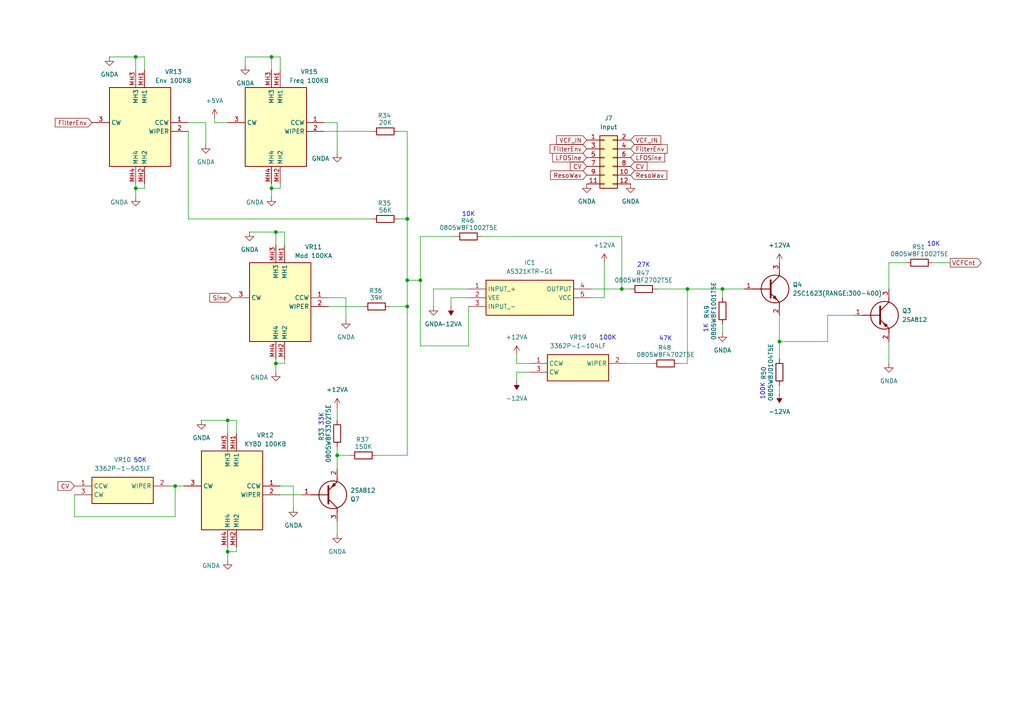
<source format=kicad_sch>
(kicad_sch (version 20250114) (generator "eeschema") (generator_version "9.0")
  (paper "A4")
  (lib_symbols
    (symbol "Connector_Generic:Conn_02x06_Odd_Even" (pin_names (offset 1.016) (hide yes))
      (property "Reference" "J" (at 1.27 7.62 0))
      (property "Value" "Conn_02x06_Odd_Even" (at 1.27 -10.16 0))
      (symbol "Conn_02x06_Odd_Even_1_1"
        (rectangle (start -1.27 6.35) (end 3.81 -8.89) (stroke (width 0.254)) (fill (type background)))
        (rectangle (start -1.27 5.207) (end 0 4.953) (stroke (width 0.1524)))
        (rectangle (start -1.27 2.667) (end 0 2.413) (stroke (width 0.1524)))
        (rectangle (start -1.27 0.127) (end 0 -0.127) (stroke (width 0.1524)))
        (rectangle (start -1.27 -2.413) (end 0 -2.667) (stroke (width 0.1524)))
        (rectangle (start -1.27 -4.953) (end 0 -5.207) (stroke (width 0.1524)))
        (rectangle (start -1.27 -7.493) (end 0 -7.747) (stroke (width 0.1524)))
        (rectangle (start 3.81 5.207) (end 2.54 4.953) (stroke (width 0.1524)))
        (rectangle (start 3.81 2.667) (end 2.54 2.413) (stroke (width 0.1524)))
        (rectangle (start 3.81 0.127) (end 2.54 -0.127) (stroke (width 0.1524)))
        (rectangle (start 3.81 -2.413) (end 2.54 -2.667) (stroke (width 0.1524)))
        (rectangle (start 3.81 -4.953) (end 2.54 -5.207) (stroke (width 0.1524)))
        (rectangle (start 3.81 -7.493) (end 2.54 -7.747) (stroke (width 0.1524)))
        (pin passive line (at -5.08 5.08 0) (length 3.81) (name "Pin_1") (number "1"))
        (pin passive line (at -5.08 2.54 0) (length 3.81) (name "Pin_3") (number "3"))
        (pin passive line (at -5.08 0 0) (length 3.81) (name "Pin_5") (number "5"))
        (pin passive line (at -5.08 -2.54 0) (length 3.81) (name "Pin_7") (number "7"))
        (pin passive line (at -5.08 -5.08 0) (length 3.81) (name "Pin_9") (number "9"))
        (pin passive line (at -5.08 -7.62 0) (length 3.81) (name "Pin_11") (number "11"))
        (pin passive line (at 7.62 5.08 180) (length 3.81) (name "Pin_2") (number "2"))
        (pin passive line (at 7.62 2.54 180) (length 3.81) (name "Pin_4") (number "4"))
        (pin passive line (at 7.62 0 180) (length 3.81) (name "Pin_6") (number "6"))
        (pin passive line (at 7.62 -2.54 180) (length 3.81) (name "Pin_8") (number "8"))
        (pin passive line (at 7.62 -5.08 180) (length 3.81) (name "Pin_10") (number "10"))
        (pin passive line (at 7.62 -7.62 180) (length 3.81) (name "Pin_12") (number "12"))
      )
    )
    (symbol "Device:R" (pin_numbers (hide yes)) (pin_names (offset 0))
      (property "Reference" "R" (at 2.032 0 90))
      (property "Value" "R" (at 0 0 90))
      (symbol "R_0_1"
        (rectangle (start -1.016 -2.54) (end 1.016 2.54) (stroke (width 0.254)))
      )
      (symbol "R_1_1"
        (pin passive line (at 0 3.81 270) (length 1.27) (name "~") (number "1"))
        (pin passive line (at 0 -3.81 90) (length 1.27) (name "~") (number "2"))
      )
    )
    (symbol "SamacSys_Parts:2SA812" (pin_names (hide yes))
      (property "Reference" "Q" (at 13.97 1.27 0))
      (property "Value" "2SA812" (at 13.97 -1.27 0))
      (symbol "2SA812_1_1"
        (polyline (pts (xy 2.54 0) (xy 7.62 0)) (stroke (width 0.254)))
        (polyline (pts (xy 7.62 2.54) (xy 7.62 -2.54)) (stroke (width 0.508)))
        (polyline (pts (xy 7.62 1.27) (xy 10.16 3.81)) (stroke (width 0.254)))
        (polyline (pts (xy 7.62 -1.27) (xy 10.16 -3.81)) (stroke (width 0.254)))
        (circle (center 8.89 0) (radius 4.016) (stroke (width 0.254)))
        (polyline (pts (xy 9.652 -2.794) (xy 9.144 -3.302) (xy 8.636 -2.286) (xy 9.652 -2.794)) (stroke (width 0.254)) (fill (type outline)))
        (polyline (pts (xy 10.16 3.81) (xy 10.16 5.08)) (stroke (width 0.254)))
        (polyline (pts (xy 10.16 -3.81) (xy 10.16 -5.08)) (stroke (width 0.254)))
        (pin passive line (at 0 0 0) (length 2.54) (name "B") (number "1"))
        (pin passive line (at 10.16 7.62 270) (length 2.54) (name "C") (number "3"))
        (pin passive line (at 10.16 -7.62 90) (length 2.54) (name "E") (number "2"))
      )
    )
    (symbol "SamacSys_Parts:2SC1623-A" (pin_names (hide yes))
      (property "Reference" "Q" (at 13.97 1.27 0))
      (property "Value" "2SC1623-A" (at 13.97 -1.27 0))
      (symbol "2SC1623-A_1_1"
        (polyline (pts (xy 2.54 0) (xy 7.62 0)) (stroke (width 0.254)))
        (polyline (pts (xy 7.62 2.54) (xy 7.62 -2.54)) (stroke (width 0.508)))
        (polyline (pts (xy 7.62 1.27) (xy 10.16 3.81)) (stroke (width 0.254)))
        (polyline (pts (xy 7.62 -1.27) (xy 10.16 -3.81)) (stroke (width 0.254)))
        (polyline (pts (xy 8.382 -2.54) (xy 8.89 -2.032) (xy 9.398 -3.048) (xy 8.382 -2.54)) (stroke (width 0.254)) (fill (type outline)))
        (circle (center 8.89 0) (radius 4.016) (stroke (width 0.254)))
        (polyline (pts (xy 10.16 3.81) (xy 10.16 5.08)) (stroke (width 0.254)))
        (polyline (pts (xy 10.16 -3.81) (xy 10.16 -5.08)) (stroke (width 0.254)))
        (pin passive line (at 0 0 0) (length 2.54) (name "B") (number "1"))
        (pin passive line (at 10.16 7.62 270) (length 2.54) (name "C") (number "3"))
        (pin passive line (at 10.16 -7.62 90) (length 2.54) (name "E") (number "2"))
      )
    )
    (symbol "SamacSys_Parts:3362P-1-103LF"
      (property "Reference" "VR" (at 24.13 7.62 0))
      (property "Value" "3362P-1-103LF" (at 24.13 5.08 0))
      (symbol "3362P-1-103LF_1_1"
        (rectangle (start 5.08 2.54) (end 22.86 -5.08) (stroke (width 0.254)) (fill (type background)))
        (pin passive line (at 0 0 0) (length 5.08) (name "CCW") (number "1"))
        (pin passive line (at 0 -2.54 0) (length 5.08) (name "CW") (number "3"))
        (pin passive line (at 27.94 0 180) (length 5.08) (name "WIPER") (number "2"))
      )
    )
    (symbol "SamacSys_Parts:AS321KTR-E1"
      (property "Reference" "D" (at 31.75 7.62 0))
      (property "Value" "AS321KTR-E1" (at 31.75 5.08 0))
      (symbol "AS321KTR-E1_1_1"
        (rectangle (start 5.08 2.54) (end 30.48 -7.62) (stroke (width 0.254)) (fill (type background)))
        (pin passive line (at 0 0 0) (length 5.08) (name "INPUT_+") (number "1"))
        (pin passive line (at 0 -2.54 0) (length 5.08) (name "VEE") (number "2"))
        (pin passive line (at 0 -5.08 0) (length 5.08) (name "INPUT_-") (number "3"))
        (pin passive line (at 35.56 0 180) (length 5.08) (name "OUTPUT") (number "4"))
        (pin passive line (at 35.56 -2.54 180) (length 5.08) (name "VCC") (number "5"))
      )
    )
    (symbol "SamacSys_Parts:PTA2043-2010CIB104"
      (property "Reference" "VR" (at 24.13 15.24 0))
      (property "Value" "PTA2043-2010CIB104" (at 24.13 12.7 0))
      (symbol "PTA2043-2010CIB104_1_1"
        (rectangle (start 5.08 10.16) (end 22.86 -12.7) (stroke (width 0.254)) (fill (type background)))
        (pin passive line (at 0 0 0) (length 5.08) (name "CCW") (number "1"))
        (pin passive line (at 0 -2.54 0) (length 5.08) (name "WIPER") (number "2"))
        (pin passive line (at 12.7 15.24 270) (length 5.08) (name "MH1") (number "MH1"))
        (pin passive line (at 12.7 -17.78 90) (length 5.08) (name "MH2") (number "MH2"))
        (pin passive line (at 15.24 15.24 270) (length 5.08) (name "MH3") (number "MH3"))
        (pin passive line (at 15.24 -17.78 90) (length 5.08) (name "MH4") (number "MH4"))
        (pin passive line (at 27.94 0 180) (length 5.08) (name "CW") (number "3"))
      )
    )
    (symbol "power:+12VA" (power) (pin_numbers (hide yes)) (pin_names (offset 0) (hide yes))
      (property "Value" "+12VA" (at 0 3.556 0))
      (symbol "+12VA_0_1"
        (polyline (pts (xy -0.762 1.27) (xy 0 2.54)))
        (polyline (pts (xy 0 2.54) (xy 0.762 1.27)))
        (polyline (pts (xy 0 0) (xy 0 2.54)))
      )
      (symbol "+12VA_1_1"
        (pin power_in line (at 0 0 90) (length 0) (name "~") (number "1"))
      )
    )
    (symbol "power:+5VA" (power) (pin_numbers (hide yes)) (pin_names (offset 0) (hide yes))
      (property "Value" "+5VA" (at 0 3.556 0))
      (symbol "+5VA_0_1"
        (polyline (pts (xy -0.762 1.27) (xy 0 2.54)))
        (polyline (pts (xy 0 2.54) (xy 0.762 1.27)))
        (polyline (pts (xy 0 0) (xy 0 2.54)))
      )
      (symbol "+5VA_1_1"
        (pin power_in line (at 0 0 90) (length 0) (name "~") (number "1"))
      )
    )
    (symbol "power:-12VA" (power) (pin_numbers (hide yes)) (pin_names (offset 0) (hide yes))
      (property "Value" "-12VA" (at 0 3.556 0))
      (symbol "-12VA_0_0"
        (pin power_in line (at 0 0 90) (length 0) (name "~") (number "1"))
      )
      (symbol "-12VA_0_1"
        (polyline (pts (xy 0 0) (xy 0 1.27) (xy 0.762 1.27) (xy 0 2.54) (xy -0.762 1.27) (xy 0 1.27)) (fill (type outline)))
      )
    )
    (symbol "power:GNDA" (power) (pin_numbers (hide yes)) (pin_names (offset 0) (hide yes))
      (property "Value" "GNDA" (at 0 -3.81 0))
      (symbol "GNDA_0_1"
        (polyline (pts (xy 0 0) (xy 0 -1.27) (xy 1.27 -1.27) (xy 0 -2.54) (xy -1.27 -1.27) (xy 0 -1.27)))
      )
      (symbol "GNDA_1_1"
        (pin power_in line (at 0 0 270) (length 0) (name "~") (number "1"))
      )
    )
  )
  (text "100K" (at 176.276 98.044 0) (effects (font (size 1.27 1.27))))
  (text "47K" (at 193.04 98.298 0) (effects (font (size 1.27 1.27))))
  (text "10K" (at 135.89 62.23 0) (effects (font (size 1.27 1.27))))
  (text "10K" (at 270.764 70.866 0) (effects (font (size 1.27 1.27))))
  (text "27K" (at 186.69 76.962 0) (effects (font (size 1.27 1.27))))
  (text "50K" (at 40.64 133.604 0) (effects (font (size 1.27 1.27))))
  (text "1K" (at 204.724 95.25 90) (effects (font (size 1.27 1.27))))
  (text "33K" (at 93.218 121.666 90) (effects (font (size 1.27 1.27))))
  (text "100K" (at 221.234 113.538 90) (effects (font (size 1.27 1.27))))
  (junction (at 209.55 83.82))
  (junction (at 118.11 63.5))
  (junction (at 78.74 54.61))
  (junction (at 50.8 140.97))
  (junction (at 118.11 88.9))
  (junction (at 80.01 67.31))
  (junction (at 66.04 160.02))
  (junction (at 97.79 132.08))
  (junction (at 80.01 105.41))
  (junction (at 226.06 99.06))
  (junction (at 39.37 16.51))
  (junction (at 180.34 83.82))
  (junction (at 118.11 81.28))
  (junction (at 121.92 81.28))
  (junction (at 78.74 16.51))
  (junction (at 199.39 83.82))
  (junction (at 66.04 121.92))
  (junction (at 39.37 54.61))
  (wire (pts (xy 118.11 38.1) (xy 118.11 63.5)))
  (wire (pts (xy 100.33 86.36) (xy 95.25 86.36)))
  (wire (pts (xy 175.26 86.36) (xy 171.45 86.36)))
  (wire (pts (xy 97.79 132.08) (xy 97.79 135.89)))
  (wire (pts (xy 181.61 105.41) (xy 189.23 105.41)))
  (wire (pts (xy 139.7 68.58) (xy 180.34 68.58)))
  (wire (pts (xy 97.79 132.08) (xy 101.6 132.08)))
  (wire (pts (xy 118.11 88.9) (xy 118.11 132.08)))
  (wire (pts (xy 113.03 88.9) (xy 118.11 88.9)))
  (wire (pts (xy 209.55 93.98) (xy 209.55 96.52)))
  (wire (pts (xy 41.91 16.51) (xy 41.91 20.32)))
  (wire (pts (xy 81.28 54.61) (xy 81.28 53.34)))
  (wire (pts (xy 39.37 54.61) (xy 41.91 54.61)))
  (wire (pts (xy 135.89 86.36) (xy 130.81 86.36)))
  (wire (pts (xy 39.37 53.34) (xy 39.37 54.61)))
  (wire (pts (xy 81.28 143.51) (xy 87.63 143.51)))
  (wire (pts (xy 41.91 54.61) (xy 41.91 53.34)))
  (wire (pts (xy 199.39 105.41) (xy 199.39 83.82)))
  (wire (pts (xy 66.04 35.56) (xy 62.23 35.56)))
  (wire (pts (xy 81.28 140.97) (xy 85.09 140.97)))
  (wire (pts (xy 59.69 35.56) (xy 54.61 35.56)))
  (wire (pts (xy 257.81 76.2) (xy 257.81 83.82)))
  (wire (pts (xy 93.98 35.56) (xy 97.79 35.56)))
  (wire (pts (xy 66.04 121.92) (xy 66.04 125.73)))
  (wire (pts (xy 39.37 16.51) (xy 41.91 16.51)))
  (wire (pts (xy 80.01 105.41) (xy 82.55 105.41)))
  (wire (pts (xy 78.74 16.51) (xy 81.28 16.51)))
  (wire (pts (xy 97.79 151.13) (xy 97.79 154.94)))
  (wire (pts (xy 226.06 111.76) (xy 226.06 114.3)))
  (wire (pts (xy 80.01 67.31) (xy 80.01 71.12)))
  (wire (pts (xy 115.57 38.1) (xy 118.11 38.1)))
  (wire (pts (xy 71.12 16.51) (xy 78.74 16.51)))
  (wire (pts (xy 171.45 83.82) (xy 180.34 83.82)))
  (wire (pts (xy 130.81 86.36) (xy 130.81 88.9)))
  (wire (pts (xy 100.33 92.71) (xy 100.33 86.36)))
  (wire (pts (xy 78.74 54.61) (xy 81.28 54.61)))
  (wire (pts (xy 226.06 91.44) (xy 226.06 99.06)))
  (wire (pts (xy 209.55 83.82) (xy 215.9 83.82)))
  (wire (pts (xy 175.26 76.2) (xy 175.26 86.36)))
  (wire (pts (xy 95.25 88.9) (xy 105.41 88.9)))
  (wire (pts (xy 115.57 63.5) (xy 118.11 63.5)))
  (wire (pts (xy 54.61 63.5) (xy 54.61 38.1)))
  (wire (pts (xy 66.04 160.02) (xy 68.58 160.02)))
  (wire (pts (xy 82.55 67.31) (xy 82.55 71.12)))
  (wire (pts (xy 58.42 121.92) (xy 66.04 121.92)))
  (wire (pts (xy 21.59 149.86) (xy 21.59 143.51)))
  (wire (pts (xy 180.34 83.82) (xy 180.34 68.58)))
  (wire (pts (xy 209.55 83.82) (xy 209.55 86.36)))
  (wire (pts (xy 121.92 68.58) (xy 121.92 81.28)))
  (wire (pts (xy 78.74 53.34) (xy 78.74 54.61)))
  (wire (pts (xy 135.89 100.33) (xy 121.92 100.33)))
  (wire (pts (xy 257.81 99.06) (xy 257.81 105.41)))
  (wire (pts (xy 80.01 105.41) (xy 80.01 107.95)))
  (wire (pts (xy 78.74 16.51) (xy 78.74 20.32)))
  (wire (pts (xy 270.51 76.2) (xy 275.59 76.2)))
  (wire (pts (xy 68.58 121.92) (xy 68.58 125.73)))
  (wire (pts (xy 132.08 68.58) (xy 121.92 68.58)))
  (wire (pts (xy 240.03 91.44) (xy 247.65 91.44)))
  (wire (pts (xy 226.06 99.06) (xy 240.03 99.06)))
  (wire (pts (xy 59.69 41.91) (xy 59.69 35.56)))
  (wire (pts (xy 153.67 105.41) (xy 149.86 105.41)))
  (wire (pts (xy 226.06 99.06) (xy 226.06 104.14)))
  (wire (pts (xy 118.11 81.28) (xy 121.92 81.28)))
  (wire (pts (xy 149.86 105.41) (xy 149.86 102.87)))
  (wire (pts (xy 66.04 121.92) (xy 68.58 121.92)))
  (wire (pts (xy 81.28 16.51) (xy 81.28 20.32)))
  (wire (pts (xy 85.09 140.97) (xy 85.09 147.32)))
  (wire (pts (xy 121.92 100.33) (xy 121.92 81.28)))
  (wire (pts (xy 135.89 83.82) (xy 125.73 83.82)))
  (wire (pts (xy 62.23 35.56) (xy 62.23 34.29)))
  (wire (pts (xy 262.89 76.2) (xy 257.81 76.2)))
  (wire (pts (xy 50.8 149.86) (xy 21.59 149.86)))
  (wire (pts (xy 50.8 140.97) (xy 53.34 140.97)))
  (wire (pts (xy 78.74 54.61) (xy 78.74 57.15)))
  (wire (pts (xy 109.22 132.08) (xy 118.11 132.08)))
  (wire (pts (xy 72.39 67.31) (xy 80.01 67.31)))
  (wire (pts (xy 199.39 83.82) (xy 190.5 83.82)))
  (wire (pts (xy 39.37 16.51) (xy 39.37 20.32)))
  (wire (pts (xy 149.86 107.95) (xy 149.86 110.49)))
  (wire (pts (xy 125.73 83.82) (xy 125.73 88.9)))
  (wire (pts (xy 199.39 83.82) (xy 209.55 83.82)))
  (wire (pts (xy 49.53 140.97) (xy 50.8 140.97)))
  (wire (pts (xy 71.12 19.05) (xy 71.12 16.51)))
  (wire (pts (xy 118.11 81.28) (xy 118.11 88.9)))
  (wire (pts (xy 82.55 105.41) (xy 82.55 104.14)))
  (wire (pts (xy 39.37 54.61) (xy 39.37 57.15)))
  (wire (pts (xy 107.95 63.5) (xy 54.61 63.5)))
  (wire (pts (xy 196.85 105.41) (xy 199.39 105.41)))
  (wire (pts (xy 66.04 158.75) (xy 66.04 160.02)))
  (wire (pts (xy 180.34 83.82) (xy 182.88 83.82)))
  (wire (pts (xy 153.67 107.95) (xy 149.86 107.95)))
  (wire (pts (xy 31.75 16.51) (xy 39.37 16.51)))
  (wire (pts (xy 240.03 99.06) (xy 240.03 91.44)))
  (wire (pts (xy 66.04 160.02) (xy 66.04 162.56)))
  (wire (pts (xy 80.01 67.31) (xy 82.55 67.31)))
  (wire (pts (xy 68.58 160.02) (xy 68.58 158.75)))
  (wire (pts (xy 97.79 129.54) (xy 97.79 132.08)))
  (wire (pts (xy 50.8 140.97) (xy 50.8 149.86)))
  (wire (pts (xy 135.89 88.9) (xy 135.89 100.33)))
  (wire (pts (xy 93.98 38.1) (xy 107.95 38.1)))
  (wire (pts (xy 80.01 104.14) (xy 80.01 105.41)))
  (wire (pts (xy 97.79 118.11) (xy 97.79 121.92)))
  (wire (pts (xy 97.79 35.56) (xy 97.79 44.45)))
  (wire (pts (xy 118.11 63.5) (xy 118.11 81.28)))
  (global_label "LFOSine" (shape input) (at 182.88 45.72 0) (property "Intersheetrefs" "${INTERSHEET_REFS}" (effects (hide yes))))
  (global_label "ResoWav" (shape input) (at 170.18 50.8 180) (property "Intersheetrefs" "${INTERSHEET_REFS}" (effects (hide yes))))
  (global_label "Sine" (shape input) (at 67.31 86.36 180) (property "Intersheetrefs" "${INTERSHEET_REFS}" (effects (hide yes))))
  (global_label "FilterEnv" (shape input) (at 182.88 43.18 0) (property "Intersheetrefs" "${INTERSHEET_REFS}" (effects (hide yes))))
  (global_label "CV" (shape input) (at 21.59 140.97 180) (property "Intersheetrefs" "${INTERSHEET_REFS}" (effects (hide yes))))
  (global_label "VCFCnt" (shape output) (at 275.59 76.2 0) (property "Intersheetrefs" "${INTERSHEET_REFS}" (effects (hide yes))))
  (global_label "VCF_IN" (shape input) (at 170.18 40.64 180) (property "Intersheetrefs" "${INTERSHEET_REFS}" (effects (hide yes))))
  (global_label "VCF_IN" (shape input) (at 182.88 40.64 0) (property "Intersheetrefs" "${INTERSHEET_REFS}" (effects (hide yes))))
  (global_label "ResoWav" (shape input) (at 182.88 50.8 0) (property "Intersheetrefs" "${INTERSHEET_REFS}" (effects (hide yes))))
  (global_label "CV" (shape input) (at 170.18 48.26 180) (property "Intersheetrefs" "${INTERSHEET_REFS}" (effects (hide yes))))
  (global_label "FilterEnv" (shape input) (at 170.18 43.18 180) (property "Intersheetrefs" "${INTERSHEET_REFS}" (effects (hide yes))))
  (global_label "LFOSine" (shape input) (at 170.18 45.72 180) (property "Intersheetrefs" "${INTERSHEET_REFS}" (effects (hide yes))))
  (global_label "FilterEnv" (shape input) (at 26.67 35.56 180) (property "Intersheetrefs" "${INTERSHEET_REFS}" (effects (hide yes))))
  (global_label "CV" (shape input) (at 182.88 48.26 0) (property "Intersheetrefs" "${INTERSHEET_REFS}" (effects (hide yes))))
  (symbol (lib_id "power:-12VA") (at 149.86 110.49 180) (unit 1)
    (property "Reference" "#PWR049" (effects (hide yes)))
    (property "Value" "-12VA" (at 149.86 115.57 0))
    (property "Description" "Power symbol creates a global label with name \"-12VA\"" (effects (hide yes)))
  )
  (symbol (lib_id "power:GNDA") (at 39.37 57.15 0) (unit 1)
    (property "Reference" "#PWR0153" (effects (hide yes)))
    (property "Value" "GNDA" (at 34.544 58.674 0))
    (property "Description" "Power symbol creates a global label with name \"GNDA\" , analog ground" (effects (hide yes)))
  )
  (symbol (lib_id "power:-12VA") (at 130.81 88.9 180) (unit 1)
    (property "Reference" "#PWR038" (effects (hide yes)))
    (property "Value" "-12VA" (at 130.81 93.98 0))
    (property "Description" "Power symbol creates a global label with name \"-12VA\"" (effects (hide yes)))
  )
  (symbol (lib_id "SamacSys_Parts:2SA812") (at 87.63 143.51 0) (mirror x) (unit 1)
    (property "Reference" "Q7" (at 101.6 144.7801 0) (effects (justify left)))
    (property "Value" "2SA812" (at 101.6 142.2401 0) (effects (justify left)))
    (property "Footprint" "SamacSys_parts:SOT95P240X120-3N" (effects (hide yes)))
    (property "Datasheet" "https://4donline.ihs.com/images/VipMasterIC/IC/GSCC/GSCC-S-A0010612759/GSCC-S-A0010613804-1.pdf?hkey=EF798316E3902B6ED9A73243A3159BB0" (effects (hide yes)))
    (property "Description" "Silicon Epitaxial Planar Transistor,Commplementary to 2SC1623.  High DC current gain:hFE=200typ. (VCE=-6.0V,IC=-1.0mA)  High Voltage: VCEO=-50V." (effects (hide yes)))
    (property "Height" "1.2" (effects (hide yes)))
    (property "Manufacturer_Name" "Galaxy" (effects (hide yes)))
    (property "Manufacturer_Part_Number" "2SA812" (effects (hide yes)))
  )
  (symbol (lib_id "power:GNDA") (at 80.01 107.95 0) (unit 1)
    (property "Reference" "#PWR0155" (effects (hide yes)))
    (property "Value" "GNDA" (at 75.184 109.474 0))
    (property "Description" "Power symbol creates a global label with name \"GNDA\" , analog ground" (effects (hide yes)))
  )
  (symbol (lib_id "power:GNDA") (at 100.33 92.71 0) (unit 1)
    (property "Reference" "#PWR0156" (effects (hide yes)))
    (property "Value" "GNDA" (at 100.33 97.79 0))
    (property "Description" "Power symbol creates a global label with name \"GNDA\" , analog ground" (effects (hide yes)))
  )
  (symbol (lib_id "power:GNDA") (at 209.55 96.52 0) (unit 1)
    (property "Reference" "#PWR090" (effects (hide yes)))
    (property "Value" "GNDA" (at 209.55 101.6 0))
    (property "Description" "Power symbol creates a global label with name \"GNDA\" , analog ground" (effects (hide yes)))
  )
  (symbol (lib_id "power:GNDA") (at 72.39 67.31 0) (unit 1)
    (property "Reference" "#PWR042" (effects (hide yes)))
    (property "Value" "GNDA" (at 72.39 72.39 0))
    (property "Description" "Power symbol creates a global label with name \"GNDA\" , analog ground" (effects (hide yes)))
  )
  (symbol (lib_id "Device:R") (at 109.22 88.9 90) (unit 1)
    (property "Reference" "R36" (at 108.966 84.328 90))
    (property "Value" "39K" (at 109.22 86.36 90))
    (property "Footprint" "Resistor_THT:R_Axial_DIN0204_L3.6mm_D1.6mm_P7.62mm_Horizontal" (effects (hide yes)))
    (property "Description" "Resistor" (effects (hide yes)))
  )
  (symbol (lib_id "power:GNDA") (at 31.75 16.51 0) (unit 1)
    (property "Reference" "#PWR0152" (effects (hide yes)))
    (property "Value" "GNDA" (at 31.75 21.59 0))
    (property "Description" "Power symbol creates a global label with name \"GNDA\" , analog ground" (effects (hide yes)))
  )
  (symbol (lib_id "power:GNDA") (at 97.79 154.94 0) (unit 1)
    (property "Reference" "#PWR034" (effects (hide yes)))
    (property "Value" "GNDA" (at 97.79 160.02 0))
    (property "Description" "Power symbol creates a global label with name \"GNDA\" , analog ground" (effects (hide yes)))
  )
  (symbol (lib_id "SamacSys_Parts:PTA2043-2010CIB104") (at 93.98 35.56 0) (mirror y) (unit 1)
    (property "Reference" "VR15" (at 89.662 20.828 0))
    (property "Value" "Freq 100KB" (at 89.662 23.368 0))
    (property "Footprint" "SamacSys_parts:PTA20432010CIB104" (effects (hide yes)))
    (property "Datasheet" "https://www.bourns.com/docs/Product-Datasheets/pta.pdf" (effects (hide yes)))
    (property "Description" "100 kOhms 0.1W, 1/10W Through Hole Slide Potentiometer Top Adjustment Type" (effects (hide yes)))
    (property "Height" "26.5" (effects (hide yes)))
    (property "Manufacturer_Name" "Bourns" (effects (hide yes)))
    (property "Manufacturer_Part_Number" "PTA2043-2010CIB104" (effects (hide yes)))
    (property "Mouser Part Number" "652-PTA2432010CIB104" (effects (hide yes)))
    (property "Mouser Price/Stock" "https://www.mouser.co.uk/ProductDetail/Bourns/PTA2043-2010CIB104?qs=QARuOjD9jaHYsv9Jo8DrWA%3D%3D" (effects (hide yes)))
    (property "Arrow Part Number" "PTA2043-2010CIB104" (effects (hide yes)))
    (property "Arrow Price/Stock" "https://www.arrow.com/en/products/pta2043-2010cib104/bourns?utm_currency=USD&region=nac" (effects (hide yes)))
  )
  (symbol (lib_id "SamacSys_Parts:3362P-1-103LF") (at 21.59 140.97 0) (unit 1)
    (property "Reference" "VR10" (at 35.56 133.35 0))
    (property "Value" "3362P-1-503LF" (at 35.56 135.89 0))
    (property "Footprint" "3362P_1" (effects (hide yes)))
    (property "Datasheet" "https://datasheet.datasheetarchive.com/originals/distributors/SFDatasheet-6/sf-000139931.pdf" (effects (hide yes)))
    (property "Description" "10k, Through Hole Trimmer Potentiometer 0.5W Top Adjust Bourns, 3362" (effects (hide yes)))
    (property "Manufacturer_Name" "Bourns" (effects (hide yes)))
    (property "Manufacturer_Part_Number" "3362P-1-103LF" (effects (hide yes)))
    (property "Mouser Part Number" "652-3362P-1-103LF" (effects (hide yes)))
    (property "Mouser Price/Stock" "https://www.mouser.co.uk/ProductDetail/Bourns/3362P-1-103LF?qs=tS7CBNq%252BQ07BavGNEQud%252BA%3D%3D" (effects (hide yes)))
    (property "Arrow Part Number" "3362P-1-103LF" (effects (hide yes)))
    (property "Arrow Price/Stock" "https://www.arrow.com/en/products/3362p-1-103lf/bourns?utm_currency=USD&region=nac" (effects (hide yes)))
  )
  (symbol (lib_id "power:+12VA") (at 226.06 76.2 0) (unit 1)
    (property "Reference" "#PWR098" (effects (hide yes)))
    (property "Value" "+12VA" (at 226.06 71.12 0))
    (property "Description" "Power symbol creates a global label with name \"+12VA\"" (effects (hide yes)))
  )
  (symbol (lib_id "Device:R") (at 186.69 83.82 90) (unit 1)
    (property "Reference" "R47" (at 186.436 79.248 90))
    (property "Value" "0805W8F2702T5E" (at 186.69 81.28 90))
    (property "Footprint" "Resistor_SMD:R_0805_2012Metric_Pad1.20x1.40mm_HandSolder" (effects (hide yes)))
    (property "Description" "Resistor" (effects (hide yes)))
  )
  (symbol (lib_id "power:GNDA") (at 170.18 53.34 0) (unit 1)
    (property "Reference" "#PWR050" (effects (hide yes)))
    (property "Value" "GNDA" (at 170.18 58.42 0))
    (property "Description" "Power symbol creates a global label with name \"GNDA\" , analog ground" (effects (hide yes)))
  )
  (symbol (lib_id "Device:R") (at 111.76 38.1 90) (unit 1)
    (property "Reference" "R34" (at 111.506 33.528 90))
    (property "Value" "20K" (at 111.76 35.56 90))
    (property "Footprint" "Resistor_THT:R_Axial_DIN0204_L3.6mm_D1.6mm_P7.62mm_Horizontal" (effects (hide yes)))
    (property "Description" "Resistor" (effects (hide yes)))
  )
  (symbol (lib_id "SamacSys_Parts:2SA812") (at 247.65 91.44 0) (unit 1)
    (property "Reference" "Q3" (at 261.62 90.1699 0) (effects (justify left)))
    (property "Value" "2SA812" (at 261.62 92.7099 0) (effects (justify left)))
    (property "Footprint" "SamacSys_parts:SOT95P240X120-3N" (effects (hide yes)))
    (property "Datasheet" "https://4donline.ihs.com/images/VipMasterIC/IC/GSCC/GSCC-S-A0010612759/GSCC-S-A0010613804-1.pdf?hkey=EF798316E3902B6ED9A73243A3159BB0" (effects (hide yes)))
    (property "Description" "Silicon Epitaxial Planar Transistor,Commplementary to 2SC1623.  High DC current gain:hFE=200typ. (VCE=-6.0V,IC=-1.0mA)  High Voltage: VCEO=-50V." (effects (hide yes)))
    (property "Height" "1.2" (effects (hide yes)))
    (property "Manufacturer_Name" "Galaxy" (effects (hide yes)))
    (property "Manufacturer_Part_Number" "2SA812" (effects (hide yes)))
  )
  (symbol (lib_id "Device:R") (at 135.89 68.58 90) (unit 1)
    (property "Reference" "R46" (at 135.636 64.008 90))
    (property "Value" "0805W8F1002T5E" (at 135.89 66.04 90))
    (property "Footprint" "Resistor_SMD:R_0805_2012Metric_Pad1.20x1.40mm_HandSolder" (effects (hide yes)))
    (property "Description" "Resistor" (effects (hide yes)))
  )
  (symbol (lib_id "power:GNDA") (at 97.79 44.45 0) (unit 1)
    (property "Reference" "#PWR0144" (effects (hide yes)))
    (property "Value" "GNDA" (at 92.964 45.974 0))
    (property "Description" "Power symbol creates a global label with name \"GNDA\" , analog ground" (effects (hide yes)))
  )
  (symbol (lib_id "power:GNDA") (at 85.09 147.32 0) (unit 1)
    (property "Reference" "#PWR0158" (effects (hide yes)))
    (property "Value" "GNDA" (at 85.09 152.4 0))
    (property "Description" "Power symbol creates a global label with name \"GNDA\" , analog ground" (effects (hide yes)))
  )
  (symbol (lib_id "power:GNDA") (at 78.74 57.15 0) (unit 1)
    (property "Reference" "#PWR0131" (effects (hide yes)))
    (property "Value" "GNDA" (at 73.914 58.674 0))
    (property "Description" "Power symbol creates a global label with name \"GNDA\" , analog ground" (effects (hide yes)))
  )
  (symbol (lib_id "power:GNDA") (at 125.73 88.9 0) (unit 1)
    (property "Reference" "#PWR041" (effects (hide yes)))
    (property "Value" "GNDA" (at 125.73 93.98 0))
    (property "Description" "Power symbol creates a global label with name \"GNDA\" , analog ground" (effects (hide yes)))
  )
  (symbol (lib_id "power:+12VA") (at 149.86 102.87 0) (unit 1)
    (property "Reference" "#PWR045" (effects (hide yes)))
    (property "Value" "+12VA" (at 149.86 97.79 0))
    (property "Description" "Power symbol creates a global label with name \"+12VA\"" (effects (hide yes)))
  )
  (symbol (lib_id "SamacSys_Parts:3362P-1-103LF") (at 153.67 105.41 0) (unit 1)
    (property "Reference" "VR19" (at 167.64 97.79 0))
    (property "Value" "3362P-1-104LF" (at 167.64 100.33 0))
    (property "Footprint" "3362P_1" (effects (hide yes)))
    (property "Datasheet" "https://datasheet.datasheetarchive.com/originals/distributors/SFDatasheet-6/sf-000139931.pdf" (effects (hide yes)))
    (property "Description" "10k, Through Hole Trimmer Potentiometer 0.5W Top Adjust Bourns, 3362" (effects (hide yes)))
    (property "Manufacturer_Name" "Bourns" (effects (hide yes)))
    (property "Manufacturer_Part_Number" "3362P-1-103LF" (effects (hide yes)))
    (property "Mouser Part Number" "652-3362P-1-103LF" (effects (hide yes)))
    (property "Mouser Price/Stock" "https://www.mouser.co.uk/ProductDetail/Bourns/3362P-1-103LF?qs=tS7CBNq%252BQ07BavGNEQud%252BA%3D%3D" (effects (hide yes)))
    (property "Arrow Part Number" "3362P-1-103LF" (effects (hide yes)))
    (property "Arrow Price/Stock" "https://www.arrow.com/en/products/3362p-1-103lf/bourns?utm_currency=USD&region=nac" (effects (hide yes)))
  )
  (symbol (lib_id "power:GNDA") (at 66.04 162.56 0) (unit 1)
    (property "Reference" "#PWR0157" (effects (hide yes)))
    (property "Value" "GNDA" (at 61.214 164.084 0))
    (property "Description" "Power symbol creates a global label with name \"GNDA\" , analog ground" (effects (hide yes)))
  )
  (symbol (lib_id "Device:R") (at 193.04 105.41 90) (unit 1)
    (property "Reference" "R48" (at 192.786 100.838 90))
    (property "Value" "0805W8F4702T5E" (at 193.04 102.87 90))
    (property "Footprint" "Resistor_SMD:R_0805_2012Metric_Pad1.20x1.40mm_HandSolder" (effects (hide yes)))
    (property "Description" "Resistor" (effects (hide yes)))
  )
  (symbol (lib_id "SamacSys_Parts:PTA2043-2010CIB104") (at 54.61 35.56 0) (mirror y) (unit 1)
    (property "Reference" "VR13" (at 50.292 20.828 0))
    (property "Value" "Env 100KB" (at 50.292 23.368 0))
    (property "Footprint" "SamacSys_parts:PTA20432010CIB104" (effects (hide yes)))
    (property "Datasheet" "https://www.bourns.com/docs/Product-Datasheets/pta.pdf" (effects (hide yes)))
    (property "Description" "100 kOhms 0.1W, 1/10W Through Hole Slide Potentiometer Top Adjustment Type" (effects (hide yes)))
    (property "Height" "26.5" (effects (hide yes)))
    (property "Manufacturer_Name" "Bourns" (effects (hide yes)))
    (property "Manufacturer_Part_Number" "PTA2043-2010CIB104" (effects (hide yes)))
    (property "Mouser Part Number" "652-PTA2432010CIB104" (effects (hide yes)))
    (property "Mouser Price/Stock" "https://www.mouser.co.uk/ProductDetail/Bourns/PTA2043-2010CIB104?qs=QARuOjD9jaHYsv9Jo8DrWA%3D%3D" (effects (hide yes)))
    (property "Arrow Part Number" "PTA2043-2010CIB104" (effects (hide yes)))
    (property "Arrow Price/Stock" "https://www.arrow.com/en/products/pta2043-2010cib104/bourns?utm_currency=USD&region=nac" (effects (hide yes)))
  )
  (symbol (lib_id "Device:R") (at 111.76 63.5 90) (unit 1)
    (property "Reference" "R35" (at 111.506 58.928 90))
    (property "Value" "56K" (at 111.76 60.96 90))
    (property "Footprint" "Resistor_THT:R_Axial_DIN0204_L3.6mm_D1.6mm_P7.62mm_Horizontal" (effects (hide yes)))
    (property "Description" "Resistor" (effects (hide yes)))
  )
  (symbol (lib_id "Device:R") (at 226.06 107.95 180) (unit 1)
    (property "Reference" "R50" (at 221.488 108.204 90))
    (property "Value" "0805W8J0104T5E" (at 223.52 107.95 90))
    (property "Footprint" "Resistor_SMD:R_0805_2012Metric_Pad1.20x1.40mm_HandSolder" (effects (hide yes)))
    (property "Description" "Resistor" (effects (hide yes)))
  )
  (symbol (lib_id "SamacSys_Parts:PTA2043-2010CIB104") (at 81.28 140.97 0) (mirror y) (unit 1)
    (property "Reference" "VR12" (at 76.962 126.238 0))
    (property "Value" "KYBD 100KB" (at 76.962 128.778 0))
    (property "Footprint" "SamacSys_parts:PTA20432010CIB104" (effects (hide yes)))
    (property "Datasheet" "https://www.bourns.com/docs/Product-Datasheets/pta.pdf" (effects (hide yes)))
    (property "Description" "100 kOhms 0.1W, 1/10W Through Hole Slide Potentiometer Top Adjustment Type" (effects (hide yes)))
    (property "Height" "26.5" (effects (hide yes)))
    (property "Manufacturer_Name" "Bourns" (effects (hide yes)))
    (property "Manufacturer_Part_Number" "PTA2043-2010CIB104" (effects (hide yes)))
    (property "Mouser Part Number" "652-PTA2432010CIB104" (effects (hide yes)))
    (property "Mouser Price/Stock" "https://www.mouser.co.uk/ProductDetail/Bourns/PTA2043-2010CIB104?qs=QARuOjD9jaHYsv9Jo8DrWA%3D%3D" (effects (hide yes)))
    (property "Arrow Part Number" "PTA2043-2010CIB104" (effects (hide yes)))
    (property "Arrow Price/Stock" "https://www.arrow.com/en/products/pta2043-2010cib104/bourns?utm_currency=USD&region=nac" (effects (hide yes)))
  )
  (symbol (lib_id "Device:R") (at 266.7 76.2 90) (unit 1)
    (property "Reference" "R51" (at 266.446 71.628 90))
    (property "Value" "0805W8F1002T5E" (at 266.7 73.66 90))
    (property "Footprint" "Resistor_SMD:R_0805_2012Metric_Pad1.20x1.40mm_HandSolder" (effects (hide yes)))
    (property "Description" "Resistor" (effects (hide yes)))
  )
  (symbol (lib_id "Device:R") (at 209.55 90.17 180) (unit 1)
    (property "Reference" "R49" (at 204.978 90.424 90))
    (property "Value" "0805W8F1001T5E" (at 207.01 90.17 90))
    (property "Footprint" "Resistor_SMD:R_0805_2012Metric_Pad1.20x1.40mm_HandSolder" (effects (hide yes)))
    (property "Description" "Resistor" (effects (hide yes)))
  )
  (symbol (lib_id "SamacSys_Parts:AS321KTR-E1") (at 135.89 83.82 0) (unit 1)
    (property "Reference" "IC1" (at 153.67 76.2 0))
    (property "Value" "AS321KTR-G1" (at 153.67 78.74 0))
    (property "Footprint" "SamacSys_parts:SOT95P282X145-5N" (effects (hide yes)))
    (property "Datasheet" "https://www.diodes.com//assets/Datasheets/AS321.pdf" (effects (hide yes)))
    (property "Description" "Excellent Phase Margin: 60 deg.  Large Voltage Gain: 100dB (Typical)  Low Input Bias Current: 20nA (Typical)  Low Input Offset Voltage: 2mV (Typical)  Low Supply Current: 0.35mA at VCC = 5V  Wide Power Supply Voltage:  Single Supply: 3V to 36V  Dual Supplies: +/-1.5V to +/-18V  Wide Input Common Mode Voltage Range: 0V to VCC-1.5V  Lead-Free Packages: SOT25  Totally Lead-Free; RoHS Compliant (Notes 1 & 2)  Lead-Free Packages, Available in Green Molding Compound: SOT25  Totally Lead-F" (effects (hide yes)))
    (property "Height" "1.45" (effects (hide yes)))
    (property "Manufacturer_Name" "Diodes Incorporated" (effects (hide yes)))
    (property "Manufacturer_Part_Number" "AS321KTR-E1" (effects (hide yes)))
    (property "Mouser Part Number" "621-AS321KTR-E1" (effects (hide yes)))
    (property "Mouser Price/Stock" "https://www.mouser.co.uk/ProductDetail/Diodes-Incorporated/AS321KTR-E1?qs=5V6w%252Be2aIqbJH6DETpx4Lw%3D%3D" (effects (hide yes)))
    (property "Arrow Part Number" "AS321KTR-E1" (effects (hide yes)))
    (property "Arrow Price/Stock" "https://www.arrow.com/en/products/as321ktr-e1/diodes-incorporated?region=nac" (effects (hide yes)))
  )
  (symbol (lib_id "power:+12VA") (at 175.26 76.2 0) (unit 1)
    (property "Reference" "#PWR032" (effects (hide yes)))
    (property "Value" "+12VA" (at 175.26 71.12 0))
    (property "Description" "Power symbol creates a global label with name \"+12VA\"" (effects (hide yes)))
  )
  (symbol (lib_id "power:+5VA") (at 62.23 34.29 0) (unit 1)
    (property "Reference" "#PWR0127" (effects (hide yes)))
    (property "Value" "+5VA" (at 62.23 29.21 0))
    (property "Description" "Power symbol creates a global label with name \"+5VA\"" (effects (hide yes)))
  )
  (symbol (lib_id "Device:R") (at 97.79 125.73 180) (unit 1)
    (property "Reference" "R33" (at 93.218 125.984 90))
    (property "Value" "0805W8F3302T5E" (at 95.25 125.73 90))
    (property "Footprint" "Resistor_SMD:R_0805_2012Metric_Pad1.20x1.40mm_HandSolder" (effects (hide yes)))
    (property "Description" "Resistor" (effects (hide yes)))
  )
  (symbol (lib_id "power:GNDA") (at 182.88 53.34 0) (unit 1)
    (property "Reference" "#PWR097" (effects (hide yes)))
    (property "Value" "GNDA" (at 182.88 58.42 0))
    (property "Description" "Power symbol creates a global label with name \"GNDA\" , analog ground" (effects (hide yes)))
  )
  (symbol (lib_id "power:GNDA") (at 59.69 41.91 0) (unit 1)
    (property "Reference" "#PWR0154" (effects (hide yes)))
    (property "Value" "GNDA" (at 59.69 46.99 0))
    (property "Description" "Power symbol creates a global label with name \"GNDA\" , analog ground" (effects (hide yes)))
  )
  (symbol (lib_id "SamacSys_Parts:2SC1623-A") (at 215.9 83.82 0) (unit 1)
    (property "Reference" "Q4" (at 229.87 82.5499 0) (effects (justify left)))
    (property "Value" "2SC1623(RANGE:300-400)" (at 229.87 85.0899 0) (effects (justify left)))
    (property "Footprint" "SamacSys_parts:SOT95P237X125-3N" (effects (hide yes)))
    (property "Datasheet" "https://www.mouser.in/datasheet/2/258/2SC1623_SOT_23_-1625845.pdf" (effects (hide yes)))
    (property "Description" "Renesas Electronics 2SC1623-A NPN Bipolar Transistor, 100 mA, 50 V, 3-Pin MiniMold" (effects (hide yes)))
    (property "Height" "1.25" (effects (hide yes)))
    (property "Manufacturer_Name" "Renesas Electronics" (effects (hide yes)))
    (property "Manufacturer_Part_Number" "2SC1623-A" (effects (hide yes)))
  )
  (symbol (lib_id "power:GNDA") (at 71.12 19.05 0) (unit 1)
    (property "Reference" "#PWR0130" (effects (hide yes)))
    (property "Value" "GNDA" (at 71.12 24.13 0))
    (property "Description" "Power symbol creates a global label with name \"GNDA\" , analog ground" (effects (hide yes)))
  )
  (symbol (lib_id "Device:R") (at 105.41 132.08 90) (unit 1)
    (property "Reference" "R37" (at 105.156 127.508 90))
    (property "Value" "150K" (at 105.41 129.54 90))
    (property "Footprint" "Resistor_THT:R_Axial_DIN0204_L3.6mm_D1.6mm_P7.62mm_Horizontal" (effects (hide yes)))
    (property "Description" "Resistor" (effects (hide yes)))
  )
  (symbol (lib_id "Connector_Generic:Conn_02x06_Odd_Even") (at 175.26 45.72 0) (unit 1)
    (property "Reference" "J7" (at 176.53 34.29 0))
    (property "Value" "Input" (at 176.53 36.83 0))
    (property "Footprint" "Connector_PinSocket_2.54mm:PinSocket_2x06_P2.54mm_Vertical" (effects (hide yes)))
    (property "Description" "Generic connector, double row, 02x06, odd/even pin numbering scheme (row 1 odd numbers, row 2 even numbers), script generated (kicad-library-utils/schlib/autogen/connector/)" (effects (hide yes)))
  )
  (symbol (lib_id "power:GNDA") (at 257.81 105.41 0) (unit 1)
    (property "Reference" "#PWR0104" (effects (hide yes)))
    (property "Value" "GNDA" (at 257.81 110.49 0))
    (property "Description" "Power symbol creates a global label with name \"GNDA\" , analog ground" (effects (hide yes)))
  )
  (symbol (lib_id "power:-12VA") (at 226.06 114.3 180) (unit 1)
    (property "Reference" "#PWR0102" (effects (hide yes)))
    (property "Value" "-12VA" (at 226.06 119.38 0))
    (property "Description" "Power symbol creates a global label with name \"-12VA\"" (effects (hide yes)))
  )
  (symbol (lib_id "power:+12VA") (at 97.79 118.11 0) (unit 1)
    (property "Reference" "#PWR033" (effects (hide yes)))
    (property "Value" "+12VA" (at 97.79 113.03 0))
    (property "Description" "Power symbol creates a global label with name \"+12VA\"" (effects (hide yes)))
  )
  (symbol (lib_id "power:GNDA") (at 58.42 121.92 0) (unit 1)
    (property "Reference" "#PWR043" (effects (hide yes)))
    (property "Value" "GNDA" (at 58.42 127 0))
    (property "Description" "Power symbol creates a global label with name \"GNDA\" , analog ground" (effects (hide yes)))
  )
  (symbol (lib_id "SamacSys_Parts:PTA2043-2010CIB104") (at 95.25 86.36 0) (mirror y) (unit 1)
    (property "Reference" "VR11" (at 90.932 71.628 0))
    (property "Value" "Mod 100KA" (at 90.932 74.168 0))
    (property "Footprint" "SamacSys_parts:PTA20432010CIB104" (effects (hide yes)))
    (property "Datasheet" "https://www.bourns.com/docs/Product-Datasheets/pta.pdf" (effects (hide yes)))
    (property "Description" "100 kOhms 0.1W, 1/10W Through Hole Slide Potentiometer Top Adjustment Type" (effects (hide yes)))
    (property "Height" "26.5" (effects (hide yes)))
    (property "Manufacturer_Name" "Bourns" (effects (hide yes)))
    (property "Manufacturer_Part_Number" "PTA2043-2010CIB104" (effects (hide yes)))
    (property "Mouser Part Number" "652-PTA2432010CIB104" (effects (hide yes)))
    (property "Mouser Price/Stock" "https://www.mouser.co.uk/ProductDetail/Bourns/PTA2043-2010CIB104?qs=QARuOjD9jaHYsv9Jo8DrWA%3D%3D" (effects (hide yes)))
    (property "Arrow Part Number" "PTA2043-2010CIB104" (effects (hide yes)))
    (property "Arrow Price/Stock" "https://www.arrow.com/en/products/pta2043-2010cib104/bourns?utm_currency=USD&region=nac" (effects (hide yes)))
  )
)
</source>
